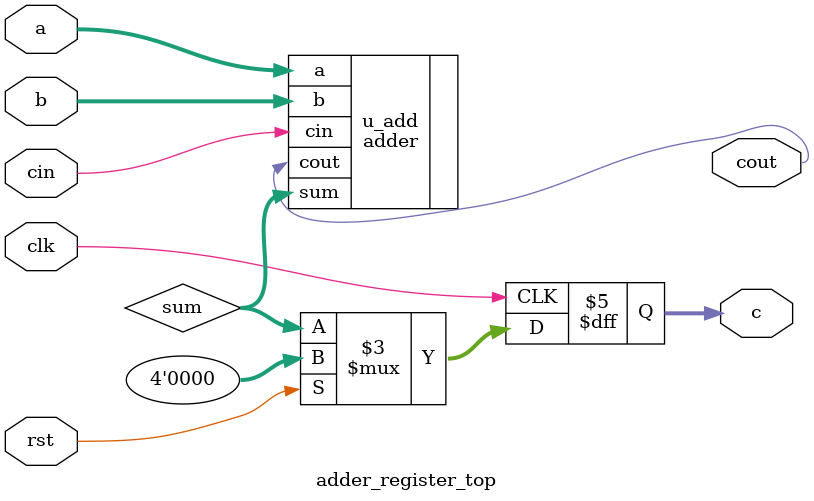
<source format=v>
`timescale 1ns/1ps
module adder_register_top(
  input  wire [3:0] a,
  input  wire [3:0] b,
  input  wire       cin,
  input  wire       clk,
  input  wire       rst,
  output reg  [3:0] c,
  output wire       cout
);
  wire [3:0] sum;

  // Instantiate the reusable adder
  adder #(.W(4)) u_add (
    .a(a),
    .b(b),
    .cin(cin),
    .sum(sum),
    .cout(cout)
  );

  // Simple synchronous register with reset
  always @(posedge clk) begin
    if (rst)
      c <= 4'b0000;
    else
      c <= sum;
  end

endmodule

</source>
